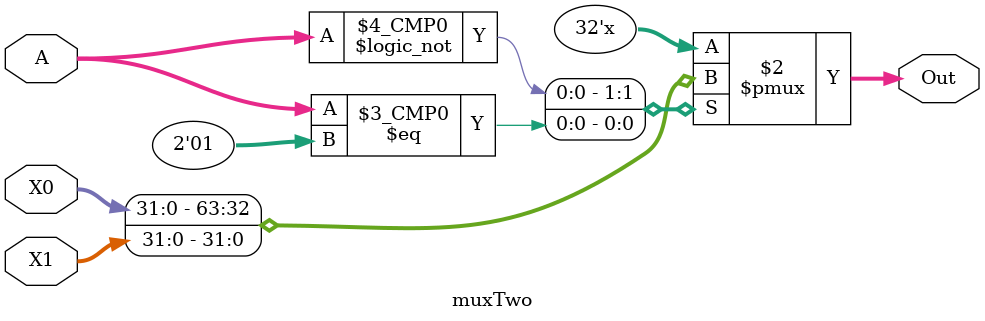
<source format=v>
module muxTwo(A,X0,X1,Out);

input [1:0] A;
input [31:0] X1,X0;
output [31:0] Out;
reg [31:0] Out;

always@(A, X1,X0)
	begin
	 case(A)
	 1'b0:
	 Out <= X0;
	 1'b1:
	 Out <= X1;
	 endcase
	end
endmodule 
</source>
